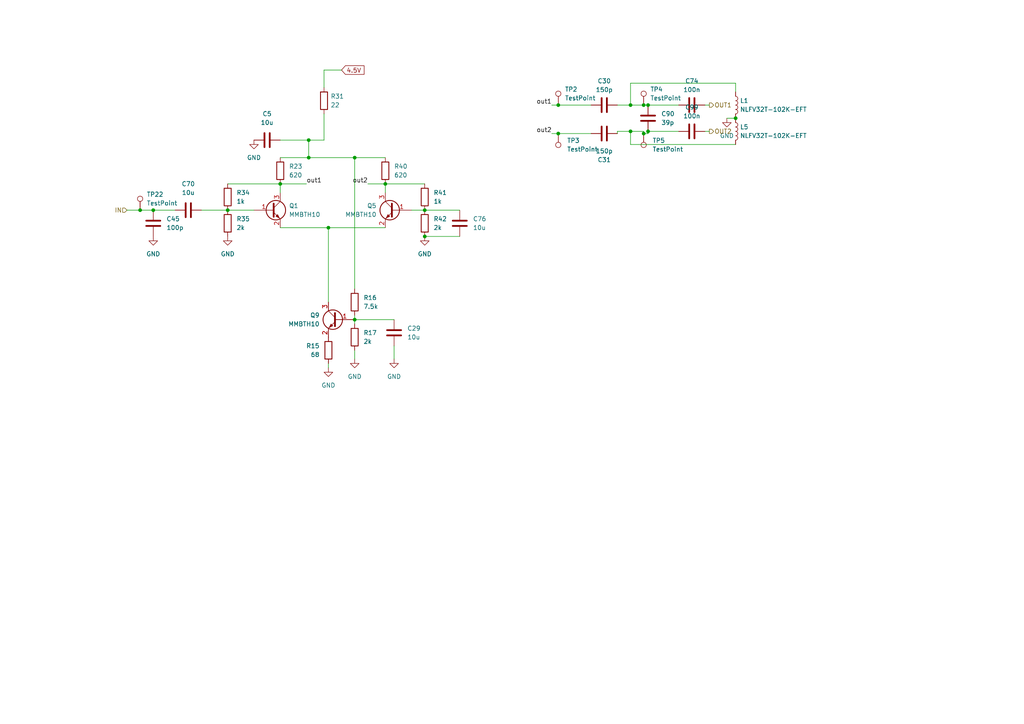
<source format=kicad_sch>
(kicad_sch (version 20231120) (generator "eeschema") (generator_version "8.0")
  (paper "A4")
  (lib_symbols
    (symbol "Connector:TestPoint" (pin_numbers hide) (pin_names (offset 0.762) hide)
      (property "Reference" "TP" (at 0 6.858 0))
      (property "Value" "TestPoint" (at 0 5.08 0))
      (symbol "TestPoint_0_1"
        (circle (center 0 3.302) (radius 0.762))
      )
      (symbol "TestPoint_1_1"
        (pin passive line (at 0 0 90) (length 2.54) (name "1") (number "1"))
      )
    )
    (symbol "Device:C" (pin_numbers hide) (pin_names (offset 0.254))
      (property "Reference" "C" (at 0.635 2.54 0))
      (property "Value" "C" (at 0.635 -2.54 0))
      (symbol "C_0_1"
        (polyline (pts (xy -2.032 -0.762) (xy 2.032 -0.762)) (stroke (width 0.508)))
        (polyline (pts (xy -2.032 0.762) (xy 2.032 0.762)) (stroke (width 0.508)))
      )
      (symbol "C_1_1"
        (pin passive line (at 0 3.81 270) (length 2.794) (name "~") (number "1"))
        (pin passive line (at 0 -3.81 90) (length 2.794) (name "~") (number "2"))
      )
    )
    (symbol "Device:L" (pin_numbers hide) (pin_names (offset 1.016) hide)
      (property "Reference" "L" (at -1.27 0 90))
      (property "Value" "L" (at 1.905 0 90))
      (symbol "L_0_1"
        (arc (start 0 -2.54) (mid 0.6323 -1.905) (end 0 -1.27))
        (arc (start 0 -1.27) (mid 0.6323 -0.635) (end 0 0))
        (arc (start 0 0) (mid 0.6323 0.635) (end 0 1.27))
        (arc (start 0 1.27) (mid 0.6323 1.905) (end 0 2.54))
      )
      (symbol "L_1_1"
        (pin passive line (at 0 3.81 270) (length 1.27) (name "1") (number "1"))
        (pin passive line (at 0 -3.81 90) (length 1.27) (name "2") (number "2"))
      )
    )
    (symbol "Device:Q_NPN_BEC" (pin_names (offset 0) hide)
      (property "Reference" "Q" (at 5.08 1.27 0))
      (property "Value" "Q_NPN_BEC" (at 5.08 -1.27 0))
      (symbol "Q_NPN_BEC_0_1"
        (polyline (pts (xy 0.635 0.635) (xy 2.54 2.54)))
        (polyline (pts (xy 0.635 -0.635) (xy 2.54 -2.54) (xy 2.54 -2.54)))
        (polyline (pts (xy 0.635 1.905) (xy 0.635 -1.905) (xy 0.635 -1.905)) (stroke (width 0.508)))
        (polyline (pts (xy 1.27 -1.778) (xy 1.778 -1.27) (xy 2.286 -2.286) (xy 1.27 -1.778) (xy 1.27 -1.778)) (fill (type outline)))
        (circle (center 1.27 0) (radius 2.8194) (stroke (width 0.254)))
      )
      (symbol "Q_NPN_BEC_1_1"
        (pin input line (at -5.08 0 0) (length 5.715) (name "B") (number "1"))
        (pin passive line (at 2.54 -5.08 90) (length 2.54) (name "E") (number "2"))
        (pin passive line (at 2.54 5.08 270) (length 2.54) (name "C") (number "3"))
      )
    )
    (symbol "Device:R" (pin_numbers hide) (pin_names (offset 0))
      (property "Reference" "R" (at 2.032 0 90))
      (property "Value" "R" (at 0 0 90))
      (symbol "R_0_1"
        (rectangle (start -1.016 -2.54) (end 1.016 2.54) (stroke (width 0.254)))
      )
      (symbol "R_1_1"
        (pin passive line (at 0 3.81 270) (length 1.27) (name "~") (number "1"))
        (pin passive line (at 0 -3.81 90) (length 1.27) (name "~") (number "2"))
      )
    )
    (symbol "power:GND" (power) (pin_names (offset 0))
      (property "Value" "GND" (at 0 -3.81 0))
      (symbol "GND_0_1"
        (polyline (pts (xy 0 0) (xy 0 -1.27) (xy 1.27 -1.27) (xy 0 -2.54) (xy -1.27 -1.27) (xy 0 -1.27)))
      )
      (symbol "GND_1_1"
        (pin power_in line (at 0 0 270) (length 0) hide (name "GND") (number "1"))
      )
    )
  )
  (junction (at 89.535 40.64))
  (junction (at 161.925 38.735))
  (junction (at 186.69 38.735))
  (junction (at 81.28 53.34))
  (junction (at 102.87 45.72))
  (junction (at 187.96 30.48))
  (junction (at 187.96 38.1))
  (junction (at 123.19 68.58))
  (junction (at 40.64 60.96))
  (junction (at 182.88 30.48))
  (junction (at 95.25 66.04))
  (junction (at 182.88 38.1))
  (junction (at 89.535 45.72))
  (junction (at 161.925 30.48))
  (junction (at 44.45 60.96))
  (junction (at 102.87 92.71))
  (junction (at 186.69 30.48))
  (junction (at 213.36 34.29))
  (junction (at 123.19 60.96))
  (junction (at 66.04 60.96))
  (junction (at 111.76 53.34))
  (wire (pts (xy 204.47 30.48) (xy 205.74 30.48)))
  (wire (pts (xy 123.19 68.58) (xy 133.35 68.58)))
  (wire (pts (xy 102.87 91.44) (xy 102.87 92.71)))
  (wire (pts (xy 186.69 30.48) (xy 187.96 30.48)))
  (wire (pts (xy 182.88 24.13) (xy 182.88 30.48)))
  (wire (pts (xy 66.04 60.96) (xy 73.66 60.96)))
  (wire (pts (xy 88.9 53.34) (xy 81.28 53.34)))
  (wire (pts (xy 36.83 60.96) (xy 40.64 60.96)))
  (wire (pts (xy 89.535 40.64) (xy 89.535 45.72)))
  (wire (pts (xy 182.88 41.91) (xy 182.88 38.1)))
  (wire (pts (xy 160.02 30.48) (xy 161.925 30.48)))
  (wire (pts (xy 93.98 40.64) (xy 89.535 40.64)))
  (wire (pts (xy 179.07 38.1) (xy 179.07 38.735)))
  (wire (pts (xy 81.28 53.34) (xy 81.28 55.88)))
  (wire (pts (xy 81.28 40.64) (xy 89.535 40.64)))
  (wire (pts (xy 44.45 60.96) (xy 50.8 60.96)))
  (wire (pts (xy 114.3 104.14) (xy 114.3 100.33)))
  (wire (pts (xy 93.98 20.32) (xy 99.06 20.32)))
  (wire (pts (xy 182.88 38.1) (xy 186.69 38.1)))
  (wire (pts (xy 213.36 41.91) (xy 182.88 41.91)))
  (wire (pts (xy 182.88 30.48) (xy 186.69 30.48)))
  (wire (pts (xy 102.87 93.98) (xy 102.87 92.71)))
  (wire (pts (xy 187.96 38.1) (xy 196.85 38.1)))
  (wire (pts (xy 119.38 60.96) (xy 123.19 60.96)))
  (wire (pts (xy 89.535 45.72) (xy 102.87 45.72)))
  (wire (pts (xy 161.925 30.48) (xy 171.45 30.48)))
  (wire (pts (xy 106.68 53.34) (xy 111.76 53.34)))
  (wire (pts (xy 81.28 66.04) (xy 95.25 66.04)))
  (wire (pts (xy 204.47 38.1) (xy 205.74 38.1)))
  (wire (pts (xy 93.98 33.02) (xy 93.98 40.64)))
  (wire (pts (xy 186.69 38.1) (xy 186.69 38.735)))
  (wire (pts (xy 187.96 30.48) (xy 196.85 30.48)))
  (wire (pts (xy 102.87 104.14) (xy 102.87 101.6)))
  (wire (pts (xy 210.82 34.29) (xy 213.36 34.29)))
  (wire (pts (xy 187.96 38.1) (xy 187.96 38.735)))
  (wire (pts (xy 111.76 53.34) (xy 111.76 55.88)))
  (wire (pts (xy 160.02 38.735) (xy 161.925 38.735)))
  (wire (pts (xy 95.25 66.04) (xy 95.25 87.63)))
  (wire (pts (xy 213.36 24.13) (xy 182.88 24.13)))
  (wire (pts (xy 95.25 66.04) (xy 111.76 66.04)))
  (wire (pts (xy 102.87 83.82) (xy 102.87 45.72)))
  (wire (pts (xy 186.69 38.735) (xy 187.96 38.735)))
  (wire (pts (xy 123.19 60.96) (xy 133.35 60.96)))
  (wire (pts (xy 95.25 106.68) (xy 95.25 105.41)))
  (wire (pts (xy 58.42 60.96) (xy 66.04 60.96)))
  (wire (pts (xy 213.36 26.67) (xy 213.36 24.13)))
  (wire (pts (xy 161.925 38.735) (xy 171.45 38.735)))
  (wire (pts (xy 102.87 92.71) (xy 114.3 92.71)))
  (wire (pts (xy 81.28 45.72) (xy 89.535 45.72)))
  (wire (pts (xy 66.04 53.34) (xy 81.28 53.34)))
  (wire (pts (xy 111.76 53.34) (xy 123.19 53.34)))
  (wire (pts (xy 179.07 30.48) (xy 182.88 30.48)))
  (wire (pts (xy 179.07 38.1) (xy 182.88 38.1)))
  (wire (pts (xy 40.64 60.96) (xy 44.45 60.96)))
  (wire (pts (xy 93.98 25.4) (xy 93.98 20.32)))
  (wire (pts (xy 102.87 45.72) (xy 111.76 45.72)))
  (label "out2" (at 106.68 53.34 180))
  (label "out1" (at 160.02 30.48 180))
  (label "out2" (at 160.02 38.735 180))
  (label "out1" (at 88.9 53.34 0))
  (global_label "4.5V" (shape input) (at 99.06 20.32 0) (property "Intersheetrefs" "${INTERSHEET_REFS}" (effects (hide yes))))
  (hierarchical_label "IN" (shape input) (at 36.83 60.96 180))
  (hierarchical_label "OUT1" (shape output) (at 205.74 30.48 0))
  (hierarchical_label "OUT2" (shape output) (at 205.74 38.1 0))
  (symbol (lib_id "Device:C") (at 114.3 96.52 0) (unit 1)
    (property "Reference" "C29" (at 118.11 95.2499 0) (effects (justify left)))
    (property "Value" "10u" (at 118.11 97.7899 0) (effects (justify left)))
    (property "Footprint" "Capacitor_SMD:C_0603_1608Metric" (effects (hide yes)))
    (instances (project "adc_usb" (path "" (reference "C29") (unit 1)) (path "" (reference "C36") (unit 1)) (path "" (reference "C71") (unit 1)) (path "" (reference "C86") (unit 1))))
  )
  (symbol (lib_id "Device:C") (at 200.66 30.48 90) (unit 1)
    (property "Reference" "C74" (at 200.66 23.495 90))
    (property "Value" "100n" (at 200.66 26.035 90))
    (property "Footprint" "Capacitor_SMD:C_0603_1608Metric" (effects (hide yes)))
    (instances (project "adc_usb" (path "" (reference "C74") (unit 1)) (path "" (reference "C89") (unit 1)) (path "" (reference "C97") (unit 1)) (path "" (reference "C98") (unit 1))))
  )
  (symbol (lib_id "Device:C") (at 175.26 38.735 90) (mirror x) (unit 1)
    (property "Reference" "C31" (at 175.26 46.355 90))
    (property "Value" "150p" (at 175.26 43.815 90))
    (property "Footprint" "Capacitor_SMD:C_0603_1608Metric" (effects (hide yes)))
    (instances (project "adc_usb" (path "" (reference "C31") (unit 1)) (path "" (reference "C38") (unit 1)) (path "" (reference "C73") (unit 1)) (path "" (reference "C88") (unit 1))))
  )
  (symbol (lib_id "Device:R") (at 102.87 97.79 0) (unit 1)
    (property "Reference" "R17" (at 105.41 96.5199 0) (effects (justify left)))
    (property "Value" "2k" (at 105.41 99.0599 0) (effects (justify left)))
    (property "Footprint" "Resistor_SMD:R_0603_1608Metric" (effects (hide yes)))
    (instances (project "adc_usb" (path "" (reference "R17") (unit 1)) (path "" (reference "R26") (unit 1)) (path "" (reference "R39") (unit 1)) (path "" (reference "R53") (unit 1))))
  )
  (symbol (lib_id "Connector:TestPoint") (at 161.925 38.735 180) (unit 1)
    (property "Reference" "TP3" (at 164.465 40.767 0) (effects (justify right)))
    (property "Value" "TestPoint" (at 164.465 43.307 0) (effects (justify right)))
    (property "Footprint" "TestPoint:TestPoint_Pad_1.0x1.0mm" (effects (hide yes)))
    (instances (project "adc_usb" (path "" (reference "TP3") (unit 1)) (path "" (reference "TP8") (unit 1)) (path "" (reference "TP19") (unit 1)) (path "" (reference "TP24") (unit 1))))
  )
  (symbol (lib_id "Device:R") (at 66.04 57.15 0) (unit 1)
    (property "Reference" "R34" (at 68.58 55.88 0) (effects (justify left)))
    (property "Value" "1k" (at 68.58 58.42 0) (effects (justify left)))
    (property "Footprint" "Resistor_SMD:R_0603_1608Metric" (effects (hide yes)))
    (instances (project "adc_usb" (path "" (reference "R34") (unit 1)) (path "" (reference "R21") (unit 1)) (path "" (reference "R48") (unit 1)) (path "" (reference "R12") (unit 1))))
  )
  (symbol (lib_id "Device:R") (at 111.76 49.53 0) (unit 1)
    (property "Reference" "R40" (at 114.3 48.26 0) (effects (justify left)))
    (property "Value" "620" (at 114.3 50.8 0) (effects (justify left)))
    (property "Footprint" "Resistor_SMD:R_0603_1608Metric" (effects (hide yes)))
    (instances (project "adc_usb" (path "" (reference "R40") (unit 1)) (path "" (reference "R27") (unit 1)) (path "" (reference "R54") (unit 1)) (path "" (reference "R18") (unit 1))))
  )
  (symbol (lib_id "Device:R") (at 93.98 29.21 0) (unit 1)
    (property "Reference" "R31" (at 95.885 27.9399 0) (effects (justify left)))
    (property "Value" "22" (at 95.885 30.4799 0) (effects (justify left)))
    (property "Footprint" "Resistor_SMD:R_0603_1608Metric" (effects (hide yes)))
    (instances (project "adc_usb" (path "" (reference "R31") (unit 1)) (path "" (reference "R57") (unit 1)) (path "" (reference "R58") (unit 1)) (path "" (reference "R59") (unit 1))))
  )
  (symbol (lib_id "Device:Q_NPN_BEC") (at 97.79 92.71 0) (mirror y) (unit 1)
    (property "Reference" "Q9" (at 92.71 91.44 0) (effects (justify left)))
    (property "Value" "MMBTH10" (at 92.71 93.98 0) (effects (justify left)))
    (property "Footprint" "Package_TO_SOT_SMD:SOT-23-3" (effects (hide yes)))
    (instances (project "adc_usb" (path "" (reference "Q9") (unit 1)) (path "" (reference "Q10") (unit 1)) (path "" (reference "Q11") (unit 1)) (path "" (reference "Q12") (unit 1))))
  )
  (symbol (lib_id "power:GND") (at 114.3 104.14 0) (unit 1)
    (property "Reference" "#PWR054" (effects (hide yes)))
    (property "Value" "GND" (at 114.3 109.22 0))
    (instances (project "adc_usb" (path "" (reference "#PWR054") (unit 1)) (path "" (reference "#PWR060") (unit 1)) (path "" (reference "#PWR0114") (unit 1)) (path "" (reference "#PWR0132") (unit 1))))
  )
  (symbol (lib_id "Device:R") (at 66.04 64.77 0) (unit 1)
    (property "Reference" "R35" (at 68.58 63.5 0) (effects (justify left)))
    (property "Value" "2k" (at 68.58 66.04 0) (effects (justify left)))
    (property "Footprint" "Resistor_SMD:R_0603_1608Metric" (effects (hide yes)))
    (instances (project "adc_usb" (path "" (reference "R35") (unit 1)) (path "" (reference "R22") (unit 1)) (path "" (reference "R49") (unit 1)) (path "" (reference "R13") (unit 1))))
  )
  (symbol (lib_id "Device:R") (at 123.19 64.77 0) (unit 1)
    (property "Reference" "R42" (at 125.73 63.5 0) (effects (justify left)))
    (property "Value" "2k" (at 125.73 66.04 0) (effects (justify left)))
    (property "Footprint" "Resistor_SMD:R_0603_1608Metric" (effects (hide yes)))
    (instances (project "adc_usb" (path "" (reference "R42") (unit 1)) (path "" (reference "R29") (unit 1)) (path "" (reference "R56") (unit 1)) (path "" (reference "R20") (unit 1))))
  )
  (symbol (lib_id "power:GND") (at 66.04 68.58 0) (unit 1)
    (property "Reference" "#PWR0110" (effects (hide yes)))
    (property "Value" "GND" (at 66.04 73.66 0))
    (instances (project "adc_usb" (path "" (reference "#PWR0110") (unit 1)) (path "" (reference "#PWR050") (unit 1)) (path "" (reference "#PWR056") (unit 1)) (path "" (reference "#PWR0128") (unit 1))))
  )
  (symbol (lib_id "power:GND") (at 123.19 68.58 0) (unit 1)
    (property "Reference" "#PWR055" (effects (hide yes)))
    (property "Value" "GND" (at 123.19 73.66 0))
    (instances (project "adc_usb" (path "" (reference "#PWR055") (unit 1)) (path "" (reference "#PWR061") (unit 1)) (path "" (reference "#PWR0115") (unit 1)) (path "" (reference "#PWR0133") (unit 1))))
  )
  (symbol (lib_id "Device:R") (at 102.87 87.63 0) (unit 1)
    (property "Reference" "R16" (at 105.41 86.36 0) (effects (justify left)))
    (property "Value" "7.5k" (at 105.41 88.9 0) (effects (justify left)))
    (property "Footprint" "Resistor_SMD:R_0603_1608Metric" (effects (hide yes)))
    (instances (project "adc_usb" (path "" (reference "R16") (unit 1)) (path "" (reference "R25") (unit 1)) (path "" (reference "R38") (unit 1)) (path "" (reference "R52") (unit 1))))
  )
  (symbol (lib_id "power:GND") (at 210.82 34.29 0) (unit 1)
    (property "Reference" "#PWR0138" (effects (hide yes)))
    (property "Value" "GND" (at 210.82 39.37 0))
    (instances (project "adc_usb" (path "" (reference "#PWR0138") (unit 1)) (path "" (reference "#PWR0139") (unit 1)) (path "" (reference "#PWR0140") (unit 1)) (path "" (reference "#PWR0141") (unit 1))))
  )
  (symbol (lib_id "power:GND") (at 95.25 106.68 0) (unit 1)
    (property "Reference" "#PWR052" (effects (hide yes)))
    (property "Value" "GND" (at 95.25 111.76 0))
    (instances (project "adc_usb" (path "" (reference "#PWR052") (unit 1)) (path "" (reference "#PWR058") (unit 1)) (path "" (reference "#PWR0112") (unit 1)) (path "" (reference "#PWR0130") (unit 1))))
  )
  (symbol (lib_id "Connector:TestPoint") (at 186.69 30.48 0) (unit 1)
    (property "Reference" "TP4" (at 188.595 25.908 0) (effects (justify left)))
    (property "Value" "TestPoint" (at 188.595 28.448 0) (effects (justify left)))
    (property "Footprint" "TestPoint:TestPoint_Pad_1.0x1.0mm" (effects (hide yes)))
    (instances (project "adc_usb" (path "" (reference "TP4") (unit 1)) (path "" (reference "TP9") (unit 1)) (path "" (reference "TP20") (unit 1)) (path "" (reference "TP25") (unit 1))))
  )
  (symbol (lib_id "Connector:TestPoint") (at 40.64 60.96 0) (unit 1)
    (property "Reference" "TP22" (at 42.545 56.388 0) (effects (justify left)))
    (property "Value" "TestPoint" (at 42.545 58.928 0) (effects (justify left)))
    (property "Footprint" "TestPoint:TestPoint_Pad_1.0x1.0mm" (effects (hide yes)))
    (instances (project "adc_usb" (path "" (reference "TP22") (unit 1)) (path "" (reference "TP1") (unit 1)) (path "" (reference "TP6") (unit 1)) (path "" (reference "TP17") (unit 1))))
  )
  (symbol (lib_id "power:GND") (at 44.45 68.58 0) (unit 1)
    (property "Reference" "#PWR07" (effects (hide yes)))
    (property "Value" "GND" (at 44.45 73.66 0))
    (instances (project "adc_usb" (path "" (reference "#PWR07") (unit 1)) (path "" (reference "#PWR09") (unit 1)) (path "" (reference "#PWR066") (unit 1)) (path "" (reference "#PWR067") (unit 1))))
  )
  (symbol (lib_id "Device:Q_NPN_BEC") (at 114.3 60.96 0) (mirror y) (unit 1)
    (property "Reference" "Q5" (at 109.22 59.69 0) (effects (justify left)))
    (property "Value" "MMBTH10" (at 109.22 62.23 0) (effects (justify left)))
    (property "Footprint" "Package_TO_SOT_SMD:SOT-23-3" (effects (hide yes)))
    (instances (project "adc_usb" (path "" (reference "Q5") (unit 1)) (path "" (reference "Q6") (unit 1)) (path "" (reference "Q7") (unit 1)) (path "" (reference "Q8") (unit 1))))
  )
  (symbol (lib_id "Device:C") (at 175.26 30.48 90) (unit 1)
    (property "Reference" "C30" (at 175.26 23.495 90))
    (property "Value" "150p" (at 175.26 26.035 90))
    (property "Footprint" "Capacitor_SMD:C_0603_1608Metric" (effects (hide yes)))
    (instances (project "adc_usb" (path "" (reference "C30") (unit 1)) (path "" (reference "C37") (unit 1)) (path "" (reference "C72") (unit 1)) (path "" (reference "C87") (unit 1))))
  )
  (symbol (lib_id "Device:L") (at 213.36 38.1 0) (unit 1)
    (property "Reference" "L5" (at 214.63 36.83 0) (effects (justify left)))
    (property "Value" "NLFV32T-102K-EFT" (at 214.63 39.37 0) (effects (justify left)))
    (property "Footprint" "Inductor_SMD:L_1210_3225Metric" (effects (hide yes)))
    (instances (project "adc_usb" (path "" (reference "L5") (unit 1)) (path "" (reference "L6") (unit 1)) (path "" (reference "L7") (unit 1)) (path "" (reference "L8") (unit 1))))
  )
  (symbol (lib_id "Device:R") (at 81.28 49.53 0) (unit 1)
    (property "Reference" "R23" (at 83.82 48.26 0) (effects (justify left)))
    (property "Value" "620" (at 83.82 50.8 0) (effects (justify left)))
    (property "Footprint" "Resistor_SMD:R_0603_1608Metric" (effects (hide yes)))
    (instances (project "adc_usb" (path "" (reference "R23") (unit 1)) (path "" (reference "R36") (unit 1)) (path "" (reference "R50") (unit 1)) (path "" (reference "R14") (unit 1))))
  )
  (symbol (lib_id "Device:R") (at 123.19 57.15 0) (unit 1)
    (property "Reference" "R41" (at 125.73 55.88 0) (effects (justify left)))
    (property "Value" "1k" (at 125.73 58.42 0) (effects (justify left)))
    (property "Footprint" "Resistor_SMD:R_0603_1608Metric" (effects (hide yes)))
    (instances (project "adc_usb" (path "" (reference "R41") (unit 1)) (path "" (reference "R28") (unit 1)) (path "" (reference "R55") (unit 1)) (path "" (reference "R19") (unit 1))))
  )
  (symbol (lib_id "Device:C") (at 44.45 64.77 180) (unit 1)
    (property "Reference" "C45" (at 48.26 63.5 0) (effects (justify right)))
    (property "Value" "100p" (at 48.26 66.04 0) (effects (justify right)))
    (property "Footprint" "Capacitor_SMD:C_0603_1608Metric" (effects (hide yes)))
    (instances (project "adc_usb" (path "" (reference "C45") (unit 1)) (path "" (reference "C92") (unit 1)) (path "" (reference "C93") (unit 1)) (path "" (reference "C94") (unit 1))))
  )
  (symbol (lib_id "Connector:TestPoint") (at 161.925 30.48 0) (unit 1)
    (property "Reference" "TP2" (at 163.83 25.908 0) (effects (justify left)))
    (property "Value" "TestPoint" (at 163.83 28.448 0) (effects (justify left)))
    (property "Footprint" "TestPoint:TestPoint_Pad_1.0x1.0mm" (effects (hide yes)))
    (instances (project "adc_usb" (path "" (reference "TP2") (unit 1)) (path "" (reference "TP7") (unit 1)) (path "" (reference "TP18") (unit 1)) (path "" (reference "TP23") (unit 1))))
  )
  (symbol (lib_id "Device:L") (at 213.36 30.48 0) (unit 1)
    (property "Reference" "L1" (at 214.63 29.21 0) (effects (justify left)))
    (property "Value" "NLFV32T-102K-EFT" (at 214.63 31.75 0) (effects (justify left)))
    (property "Footprint" "Inductor_SMD:L_1210_3225Metric" (effects (hide yes)))
    (instances (project "adc_usb" (path "" (reference "L1") (unit 1)) (path "" (reference "L2") (unit 1)) (path "" (reference "L3") (unit 1)) (path "" (reference "L4") (unit 1))))
  )
  (symbol (lib_id "Device:Q_NPN_BEC") (at 78.74 60.96 0) (unit 1)
    (property "Reference" "Q1" (at 83.82 59.69 0) (effects (justify left)))
    (property "Value" "MMBTH10" (at 83.82 62.23 0) (effects (justify left)))
    (property "Footprint" "Package_TO_SOT_SMD:SOT-23-3" (effects (hide yes)))
    (instances (project "adc_usb" (path "" (reference "Q1") (unit 1)) (path "" (reference "Q2") (unit 1)) (path "" (reference "Q3") (unit 1)) (path "" (reference "Q4") (unit 1))))
  )
  (symbol (lib_id "Connector:TestPoint") (at 186.69 38.735 180) (unit 1)
    (property "Reference" "TP5" (at 189.23 40.767 0) (effects (justify right)))
    (property "Value" "TestPoint" (at 189.23 43.307 0) (effects (justify right)))
    (property "Footprint" "TestPoint:TestPoint_Pad_1.0x1.0mm" (effects (hide yes)))
    (instances (project "adc_usb" (path "" (reference "TP5") (unit 1)) (path "" (reference "TP10") (unit 1)) (path "" (reference "TP21") (unit 1)) (path "" (reference "TP26") (unit 1))))
  )
  (symbol (lib_id "Device:C") (at 54.61 60.96 90) (unit 1)
    (property "Reference" "C70" (at 54.61 53.34 90))
    (property "Value" "10u" (at 54.61 55.88 90))
    (property "Footprint" "Capacitor_SMD:C_0603_1608Metric" (effects (hide yes)))
    (instances (project "adc_usb" (path "" (reference "C70") (unit 1)) (path "" (reference "C35") (unit 1)) (path "" (reference "C85") (unit 1)) (path "" (reference "C28") (unit 1))))
  )
  (symbol (lib_id "Device:C") (at 77.47 40.64 90) (unit 1)
    (property "Reference" "C5" (at 77.47 33.02 90))
    (property "Value" "10u" (at 77.47 35.56 90))
    (property "Footprint" "Capacitor_SMD:C_0603_1608Metric" (effects (hide yes)))
    (instances (project "adc_usb" (path "" (reference "C5") (unit 1)) (path "" (reference "C6") (unit 1)) (path "" (reference "C7") (unit 1)) (path "" (reference "C8") (unit 1))))
  )
  (symbol (lib_id "power:GND") (at 102.87 104.14 0) (unit 1)
    (property "Reference" "#PWR053" (effects (hide yes)))
    (property "Value" "GND" (at 102.87 109.22 0))
    (instances (project "adc_usb" (path "" (reference "#PWR053") (unit 1)) (path "" (reference "#PWR059") (unit 1)) (path "" (reference "#PWR0113") (unit 1)) (path "" (reference "#PWR0131") (unit 1))))
  )
  (symbol (lib_id "Device:C") (at 187.96 34.29 0) (unit 1)
    (property "Reference" "C90" (at 191.77 33.02 0) (effects (justify left)))
    (property "Value" "39p" (at 191.77 35.56 0) (effects (justify left)))
    (property "Footprint" "Capacitor_SMD:C_0603_1608Metric" (effects (hide yes)))
    (instances (project "adc_usb" (path "" (reference "C90") (unit 1)) (path "" (reference "C33") (unit 1)) (path "" (reference "C40") (unit 1)) (path "" (reference "C75") (unit 1))))
  )
  (symbol (lib_id "Device:C") (at 133.35 64.77 0) (unit 1)
    (property "Reference" "C76" (at 137.16 63.5 0) (effects (justify left)))
    (property "Value" "10u" (at 137.16 66.04 0) (effects (justify left)))
    (property "Footprint" "Capacitor_SMD:C_0603_1608Metric" (effects (hide yes)))
    (instances (project "adc_usb" (path "" (reference "C76") (unit 1)) (path "" (reference "C41") (unit 1)) (path "" (reference "C91") (unit 1)) (path "" (reference "C34") (unit 1))))
  )
  (symbol (lib_id "power:GND") (at 73.66 40.64 0) (unit 1)
    (property "Reference" "#PWR01" (effects (hide yes)))
    (property "Value" "GND" (at 73.66 45.72 0))
    (instances (project "adc_usb" (path "" (reference "#PWR01") (unit 1)) (path "" (reference "#PWR02") (unit 1)) (path "" (reference "#PWR05") (unit 1)) (path "" (reference "#PWR06") (unit 1))))
  )
  (symbol (lib_id "Device:R") (at 95.25 101.6 0) (mirror y) (unit 1)
    (property "Reference" "R15" (at 92.71 100.33 0) (effects (justify left)))
    (property "Value" "68" (at 92.71 102.87 0) (effects (justify left)))
    (property "Footprint" "Resistor_SMD:R_0603_1608Metric" (effects (hide yes)))
    (instances (project "adc_usb" (path "" (reference "R15") (unit 1)) (path "" (reference "R24") (unit 1)) (path "" (reference "R37") (unit 1)) (path "" (reference "R51") (unit 1))))
  )
  (symbol (lib_id "Device:C") (at 200.66 38.1 90) (unit 1)
    (property "Reference" "C99" (at 200.66 31.115 90))
    (property "Value" "100n" (at 200.66 33.655 90))
    (property "Footprint" "Capacitor_SMD:C_0603_1608Metric" (effects (hide yes)))
    (instances (project "adc_usb" (path "" (reference "C99") (unit 1)) (path "" (reference "C100") (unit 1)) (path "" (reference "C101") (unit 1)) (path "" (reference "C102") (unit 1))))
  )
)
</source>
